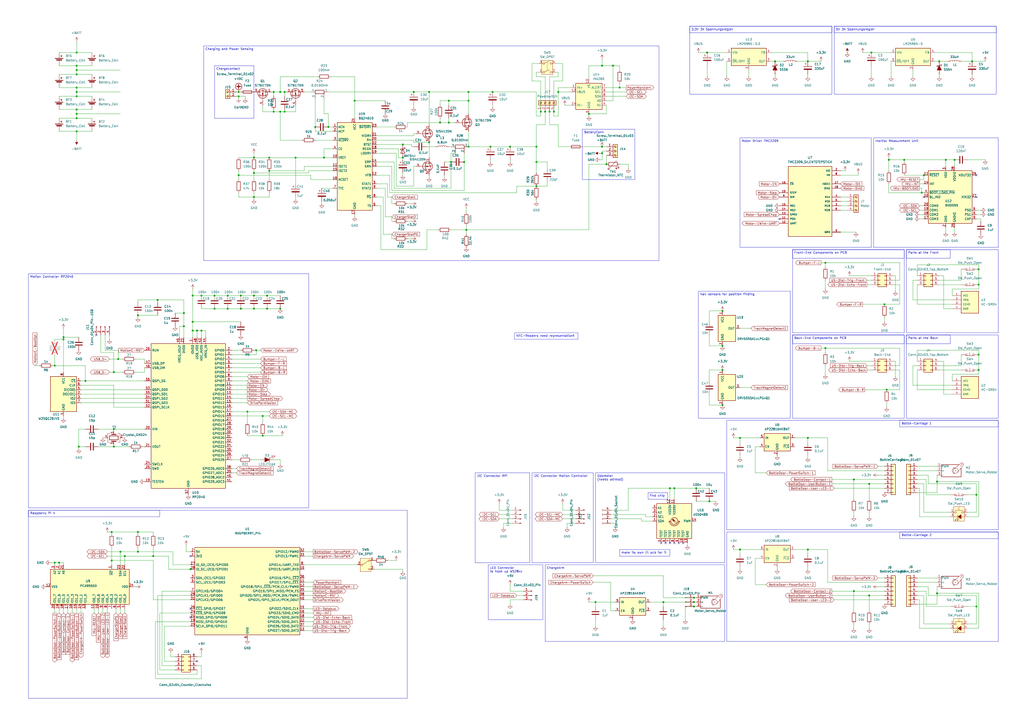
<source format=kicad_sch>
(kicad_sch
	(version 20231120)
	(generator "eeschema")
	(generator_version "8.0")
	(uuid "10e9ed1f-81fe-4a04-a219-cef72219a4ee")
	(paper "A2")
	
	(junction
		(at 429.26 318.77)
		(diameter 0)
		(color 0 0 0 0)
		(uuid "03268f60-248c-430f-9a48-def6cb6c976e")
	)
	(junction
		(at 148.59 203.2)
		(diameter 0)
		(color 0 0 0 0)
		(uuid "04234bed-4ba9-40ef-ac16-7d8ec800186b")
	)
	(junction
		(at 295.91 85.09)
		(diameter 0)
		(color 0 0 0 0)
		(uuid "043c4983-ef1a-48da-af34-5e079e1617dd")
	)
	(junction
		(at 410.21 30.48)
		(diameter 0)
		(color 0 0 0 0)
		(uuid "06870aa4-4c9b-477d-9f05-4ca4de8f6a4d")
	)
	(junction
		(at 147.32 91.44)
		(diameter 0)
		(color 0 0 0 0)
		(uuid "078e93f4-ef9b-4a26-8fc8-7cb6440c9d83")
	)
	(junction
		(at 44.45 50.8)
		(diameter 0)
		(color 0 0 0 0)
		(uuid "083aae67-81c3-4ec2-bf4a-336ec22f72e9")
	)
	(junction
		(at 567.69 156.21)
		(diameter 0)
		(color 0 0 0 0)
		(uuid "0a9bdb1e-9b3a-41f4-835f-eeec191ae320")
	)
	(junction
		(at 138.43 53.34)
		(diameter 0)
		(color 0 0 0 0)
		(uuid "0c36acff-a6fa-4aad-8de9-5a58c137780b")
	)
	(junction
		(at 205.74 58.42)
		(diameter 0)
		(color 0 0 0 0)
		(uuid "0fa84823-55a1-466b-9cc3-bd54f6acb385")
	)
	(junction
		(at 271.78 58.42)
		(diameter 0)
		(color 0 0 0 0)
		(uuid "10394ed1-e91b-4a04-b451-45e5b47def1e")
	)
	(junction
		(at 514.35 226.06)
		(diameter 0)
		(color 0 0 0 0)
		(uuid "1164d9f6-d69f-4765-bfe4-5ec41bb5ffc7")
	)
	(junction
		(at 270.51 133.35)
		(diameter 0)
		(color 0 0 0 0)
		(uuid "1591bc0a-595e-4743-a95b-031ef01c08e6")
	)
	(junction
		(at 248.92 53.34)
		(diameter 0)
		(color 0 0 0 0)
		(uuid "17566795-db7d-438c-a62f-11fa896f09fe")
	)
	(junction
		(at 411.48 290.83)
		(diameter 0)
		(color 0 0 0 0)
		(uuid "1b8fa2c7-fa8e-4998-809b-20561d475fbb")
	)
	(junction
		(at 36.83 195.58)
		(diameter 0)
		(color 0 0 0 0)
		(uuid "21be0d6d-08dd-4c6b-8dde-b3409b7daccd")
	)
	(junction
		(at 91.44 173.99)
		(diameter 0)
		(color 0 0 0 0)
		(uuid "22a4d2dd-f848-4193-8541-955420f6e17d")
	)
	(junction
		(at 313.69 64.77)
		(diameter 0)
		(color 0 0 0 0)
		(uuid "230cd950-b70b-46ae-8da2-7c0fe82a6426")
	)
	(junction
		(at 44.45 68.58)
		(diameter 0)
		(color 0 0 0 0)
		(uuid "2421b6f1-9351-4b09-9d81-3293799c07ca")
	)
	(junction
		(at 543.56 279.4)
		(diameter 0)
		(color 0 0 0 0)
		(uuid "25fc08dd-dbcb-4986-8d99-a9d615e74609")
	)
	(junction
		(at 44.45 30.48)
		(diameter 0)
		(color 0 0 0 0)
		(uuid "265fbd34-c236-4afc-b472-ab5f7b1865f2")
	)
	(junction
		(at 64.77 325.12)
		(diameter 0)
		(color 0 0 0 0)
		(uuid "277e0764-7927-4216-849d-6bc3b8e09a44")
	)
	(junction
		(at 139.7 179.07)
		(diameter 0)
		(color 0 0 0 0)
		(uuid "29426718-41a1-4fab-a69c-de55200420f5")
	)
	(junction
		(at 44.45 43.18)
		(diameter 0)
		(color 0 0 0 0)
		(uuid "29b5096b-a417-4d8d-8959-38c8fd1009d5")
	)
	(junction
		(at 80.01 182.88)
		(diameter 0)
		(color 0 0 0 0)
		(uuid "2d0abeda-aac0-4388-a19d-3bc6f581aa05")
	)
	(junction
		(at 44.45 76.2)
		(diameter 0)
		(color 0 0 0 0)
		(uuid "2d1447b9-e1f8-416e-9e68-2f3a93be7887")
	)
	(junction
		(at 116.84 191.77)
		(diameter 0)
		(color 0 0 0 0)
		(uuid "2e7fad9a-09d7-4161-afc3-42855f89e07f")
	)
	(junction
		(at 187.96 91.44)
		(diameter 0)
		(color 0 0 0 0)
		(uuid "2fb5237e-5a20-44ce-8f36-963c438a2351")
	)
	(junction
		(at 147.32 179.07)
		(diameter 0)
		(color 0 0 0 0)
		(uuid "2fdf82e2-3891-4bd7-be3f-e7514a4bef5c")
	)
	(junction
		(at 311.15 85.09)
		(diameter 0)
		(color 0 0 0 0)
		(uuid "311f4d38-041f-4193-974d-1c83fbb67e88")
	)
	(junction
		(at 124.46 179.07)
		(diameter 0)
		(color 0 0 0 0)
		(uuid "39a70374-4daf-4db7-bf38-bf4c46ca5dc6")
	)
	(junction
		(at 124.46 171.45)
		(diameter 0)
		(color 0 0 0 0)
		(uuid "3c018187-1d9c-4d03-8c02-29d04cab6f36")
	)
	(junction
		(at 88.9 322.58)
		(diameter 0)
		(color 0 0 0 0)
		(uuid "3ee83e4e-3370-4ed8-bcc6-114de62898d7")
	)
	(junction
		(at 349.25 38.1)
		(diameter 0)
		(color 0 0 0 0)
		(uuid "3eea0a00-3e9a-4c07-bf8c-cd1e7c4edf62")
	)
	(junction
		(at 147.32 100.33)
		(diameter 0)
		(color 0 0 0 0)
		(uuid "41cacee7-f5a4-4feb-90d3-5b89c79d1be2")
	)
	(junction
		(at 147.32 171.45)
		(diameter 0)
		(color 0 0 0 0)
		(uuid "451af065-1b1a-4969-88c6-18b12c3eaf4b")
	)
	(junction
		(at 513.08 176.53)
		(diameter 0)
		(color 0 0 0 0)
		(uuid "46e71d5b-0486-4156-82c5-6cd1b8ff00c5")
	)
	(junction
		(at 116.84 171.45)
		(diameter 0)
		(color 0 0 0 0)
		(uuid "470f61d3-5f15-44b3-9be8-d7ad98c6cb59")
	)
	(junction
		(at 419.1 234.95)
		(diameter 0)
		(color 0 0 0 0)
		(uuid "48971dba-eda7-491c-8cff-cff1d10cc4ba")
	)
	(junction
		(at 355.6 38.1)
		(diameter 0)
		(color 0 0 0 0)
		(uuid "4a08adb7-ea48-4326-a6c2-0515fd040642")
	)
	(junction
		(at 311.15 107.95)
		(diameter 0)
		(color 0 0 0 0)
		(uuid "4c87b946-ba01-4b69-b1a9-9e7e6044b062")
	)
	(junction
		(at 31.75 212.09)
		(diameter 0)
		(color 0 0 0 0)
		(uuid "4f324c9b-e82a-4655-af45-70ad70b76b07")
	)
	(junction
		
... [539094 chars truncated]
</source>
